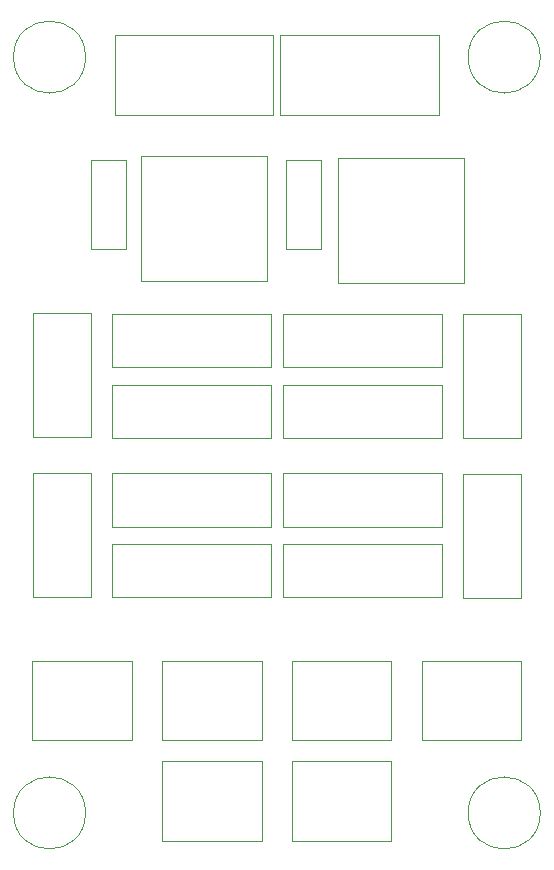
<source format=gbr>
G04 #@! TF.GenerationSoftware,KiCad,Pcbnew,5.1.10-88a1d61d58~90~ubuntu20.04.1*
G04 #@! TF.CreationDate,2022-01-16T20:59:39+00:00*
G04 #@! TF.ProjectId,hp_led_switch,68705f6c-6564-45f7-9377-697463682e6b,rev?*
G04 #@! TF.SameCoordinates,Original*
G04 #@! TF.FileFunction,Other,User*
%FSLAX46Y46*%
G04 Gerber Fmt 4.6, Leading zero omitted, Abs format (unit mm)*
G04 Created by KiCad (PCBNEW 5.1.10-88a1d61d58~90~ubuntu20.04.1) date 2022-01-16 20:59:39*
%MOMM*%
%LPD*%
G01*
G04 APERTURE LIST*
%ADD10C,0.050000*%
G04 APERTURE END LIST*
D10*
X145949000Y-45413000D02*
X135249000Y-45413000D01*
X135249000Y-45413000D02*
X135249000Y-55963000D01*
X135249000Y-55963000D02*
X145949000Y-55963000D01*
X145949000Y-55963000D02*
X145949000Y-45413000D01*
X162586000Y-45540000D02*
X151886000Y-45540000D01*
X151886000Y-45540000D02*
X151886000Y-56090000D01*
X151886000Y-56090000D02*
X162586000Y-56090000D01*
X162586000Y-56090000D02*
X162586000Y-45540000D01*
X146250000Y-76750000D02*
X146250000Y-72250000D01*
X146250000Y-72250000D02*
X132750000Y-72250000D01*
X132750000Y-72250000D02*
X132750000Y-76750000D01*
X132750000Y-76750000D02*
X146250000Y-76750000D01*
X147500000Y-53250000D02*
X150500000Y-53250000D01*
X150500000Y-53250000D02*
X150500000Y-45750000D01*
X150500000Y-45750000D02*
X147500000Y-45750000D01*
X147500000Y-45750000D02*
X147500000Y-53250000D01*
X147250000Y-64750000D02*
X147250000Y-69250000D01*
X147250000Y-69250000D02*
X160750000Y-69250000D01*
X160750000Y-69250000D02*
X160750000Y-64750000D01*
X160750000Y-64750000D02*
X147250000Y-64750000D01*
X131000000Y-53250000D02*
X134000000Y-53250000D01*
X134000000Y-53250000D02*
X134000000Y-45750000D01*
X134000000Y-45750000D02*
X131000000Y-45750000D01*
X131000000Y-45750000D02*
X131000000Y-53250000D01*
X167400000Y-72290000D02*
X162490000Y-72290000D01*
X162490000Y-72290000D02*
X162490000Y-82790000D01*
X162490000Y-82790000D02*
X167400000Y-82790000D01*
X167400000Y-82790000D02*
X167400000Y-72290000D01*
X146250000Y-69250000D02*
X146250000Y-64750000D01*
X146250000Y-64750000D02*
X132750000Y-64750000D01*
X132750000Y-64750000D02*
X132750000Y-69250000D01*
X132750000Y-69250000D02*
X146250000Y-69250000D01*
X147250000Y-78250000D02*
X147250000Y-82750000D01*
X147250000Y-82750000D02*
X160750000Y-82750000D01*
X160750000Y-82750000D02*
X160750000Y-78250000D01*
X160750000Y-78250000D02*
X147250000Y-78250000D01*
X146250000Y-82750000D02*
X146250000Y-78250000D01*
X146250000Y-78250000D02*
X132750000Y-78250000D01*
X132750000Y-78250000D02*
X132750000Y-82750000D01*
X132750000Y-82750000D02*
X146250000Y-82750000D01*
X167400000Y-58790000D02*
X162490000Y-58790000D01*
X162490000Y-58790000D02*
X162490000Y-69290000D01*
X162490000Y-69290000D02*
X167400000Y-69290000D01*
X167400000Y-69290000D02*
X167400000Y-58790000D01*
X126100000Y-69210000D02*
X131010000Y-69210000D01*
X131010000Y-69210000D02*
X131010000Y-58710000D01*
X131010000Y-58710000D02*
X126100000Y-58710000D01*
X126100000Y-58710000D02*
X126100000Y-69210000D01*
X126100000Y-82710000D02*
X131010000Y-82710000D01*
X131010000Y-82710000D02*
X131010000Y-72210000D01*
X131010000Y-72210000D02*
X126100000Y-72210000D01*
X126100000Y-72210000D02*
X126100000Y-82710000D01*
X156450000Y-103350000D02*
X156450000Y-96600000D01*
X156450000Y-96600000D02*
X148050000Y-96600000D01*
X148050000Y-96600000D02*
X148050000Y-103350000D01*
X148050000Y-103350000D02*
X156450000Y-103350000D01*
X167450000Y-94850000D02*
X167450000Y-88100000D01*
X167450000Y-88100000D02*
X159050000Y-88100000D01*
X159050000Y-88100000D02*
X159050000Y-94850000D01*
X159050000Y-94850000D02*
X167450000Y-94850000D01*
X169050000Y-37000000D02*
G75*
G03*
X169050000Y-37000000I-3050000J0D01*
G01*
X169050000Y-101000000D02*
G75*
G03*
X169050000Y-101000000I-3050000J0D01*
G01*
X130550000Y-101000000D02*
G75*
G03*
X130550000Y-101000000I-3050000J0D01*
G01*
X130550000Y-37000000D02*
G75*
G03*
X130550000Y-37000000I-3050000J0D01*
G01*
X147250000Y-72250000D02*
X147250000Y-76750000D01*
X147250000Y-76750000D02*
X160750000Y-76750000D01*
X160750000Y-76750000D02*
X160750000Y-72250000D01*
X160750000Y-72250000D02*
X147250000Y-72250000D01*
X146250000Y-63250000D02*
X146250000Y-58750000D01*
X146250000Y-58750000D02*
X132750000Y-58750000D01*
X132750000Y-58750000D02*
X132750000Y-63250000D01*
X132750000Y-63250000D02*
X146250000Y-63250000D01*
X147250000Y-58750000D02*
X147250000Y-63250000D01*
X147250000Y-63250000D02*
X160750000Y-63250000D01*
X160750000Y-63250000D02*
X160750000Y-58750000D01*
X160750000Y-58750000D02*
X147250000Y-58750000D01*
X137050000Y-103350000D02*
X145450000Y-103350000D01*
X137050000Y-96600000D02*
X137050000Y-103350000D01*
X145450000Y-96600000D02*
X137050000Y-96600000D01*
X145450000Y-103350000D02*
X145450000Y-96600000D01*
X145450000Y-94850000D02*
X145450000Y-88100000D01*
X145450000Y-88100000D02*
X137050000Y-88100000D01*
X137050000Y-88100000D02*
X137050000Y-94850000D01*
X137050000Y-94850000D02*
X145450000Y-94850000D01*
X156450000Y-94850000D02*
X156450000Y-88100000D01*
X156450000Y-88100000D02*
X148050000Y-88100000D01*
X148050000Y-88100000D02*
X148050000Y-94850000D01*
X148050000Y-94850000D02*
X156450000Y-94850000D01*
X134450000Y-94850000D02*
X134450000Y-88100000D01*
X134450000Y-88100000D02*
X126050000Y-88100000D01*
X126050000Y-88100000D02*
X126050000Y-94850000D01*
X126050000Y-94850000D02*
X134450000Y-94850000D01*
X160450000Y-35150000D02*
X147050000Y-35150000D01*
X160450000Y-41900000D02*
X160450000Y-35150000D01*
X147050000Y-41900000D02*
X160450000Y-41900000D01*
X147050000Y-35150000D02*
X147050000Y-41900000D01*
X146450000Y-35150000D02*
X133050000Y-35150000D01*
X146450000Y-41900000D02*
X146450000Y-35150000D01*
X133050000Y-41900000D02*
X146450000Y-41900000D01*
X133050000Y-35150000D02*
X133050000Y-41900000D01*
M02*

</source>
